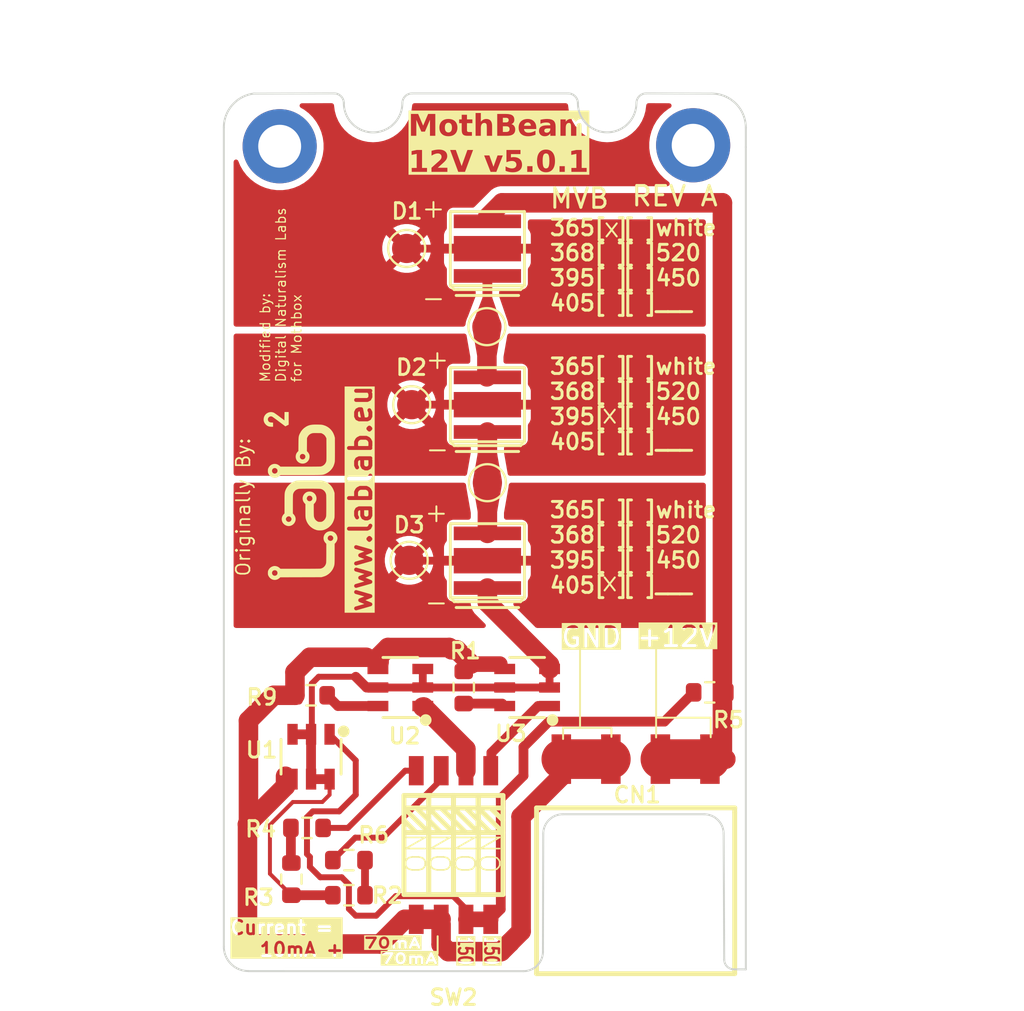
<source format=kicad_pcb>
(kicad_pcb (version 20241229) (generator "pcbnew") (generator_version "9.0")
  (layers (0 "F.Cu" signal) (2 "B.Cu" signal) (13 "F.Paste" user) (15 "B.Paste" user) (5 "F.SilkS" user "F.Silkscreen") (7 "B.SilkS" user "B.Silkscreen") (1 "F.Mask" user) (3 "B.Mask" user) (25 "Edge.Cuts" user))
  (net 0 "")
  (net 1 "/LED-")
  (net 2 "Net-(U3-REXT)")
  (net 3 "/LED+")
  (net 4 "EN")
  (net 5 "GND")
  (net 6 "Net-(R4-Pad2)")
  (net 7 "Net-(U2-REXT)")
  (net 8 "/T1")
  (net 9 "/T2")
  (net 10 "/T3")
  (net 11 "Net-(R6-Pad2)")
  (net 12 "Net-(R2-Pad2)")
  (net 13 "Net-(R3-Pad2)")
  (net 14 "Net-(U2-EN)")
  (net 15 "Net-(U3-EN)")
  (net 16 "Net-(D1--)")
  (net 17 "Net-(D2-A)")
  (footprint "MountingHole:MountingHole_2.2mm_M2_DIN965_Pad" (layer "F.Cu") (at 102.1 32.7)
    (property "Reference" "REF**" (hide yes))
    (property "Value" "MountingHole_2.2mm_M2_DIN965_Pad")
    (pad "1" thru_hole circle (at 0 0) (size 3.8 3.8) (drill 2.2) (layers "*.Cu" "*.Mask"))
  )
  (footprint "easyeda2kicad:SW-SMD_8P-L6.7-W5.4-P1.27-LS8.5" (layer "F.Cu") (at 111.011776 68.526537 180)
    (property "Reference" "SW2" (at 0 -7.81 0) (layer "F.SilkS") (effects (font (size 0.8 0.8))))
    (property "Value" "SW_DIP_x04")
    (fp_text user "ON" (at 1.91 -1.52 90) (layer "F.SilkS") (effects (font (thickness 0.08)) (justify left)))
    (fp_text user "ON" (at -0.64 -1.52 90) (layer "F.SilkS") (effects (font (thickness 0.08)) (justify left)))
    (fp_text user "ON" (at -1.91 -1.52 90) (layer "F.SilkS") (effects (font (thickness 0.08)) (justify left)))
    (fp_text user "ON" (at 0.63 -1.52 90) (layer "F.SilkS") (effects (font (thickness 0.08)) (justify left)))
    (pad "1" smd rect (at -1.91 3.81 90) (size 1.5 0.76) (layers "F.Cu" "F.Mask" "F.Paste") (net 15 "Net-(U3-EN)"))
    (pad "2" smd rect (at -0.64 3.81 90) (size 1.5 0.76) (layers "F.Cu" "F.Mask" "F.Paste") (net 14 "Net-(U2-EN)"))
    (pad "3" smd rect (at 0.63 3.81 90) (size 1.5 0.76) (layers "F.Cu" "F.Mask" "F.Paste") (net 11 "Net-(R6-Pad2)"))
    (pad "4" smd rect (at 1.91 3.81 90) (size 1.5 0.76) (layers "F.Cu" "F.Mask" "F.Paste") (net 6 "Net-(R4-Pad2)"))
    (pad "5" smd rect (at 1.91 -3.81 90) (size 1.5 0.76) (layers "F.Cu" "F.Mask" "F.Paste") (net 5 "GND"))
    (pad "6" smd rect (at 0.63 -3.81 90) (size 1.5 0.76) (layers "F.Cu" "F.Mask" "F.Paste") (net 5 "GND"))
    (pad "7" smd rect (at -0.64 -3.81 90) (size 1.5 0.76) (layers "F.Cu" "F.Mask" "F.Paste") (net 4 "EN"))
    (pad "8" smd rect (at -1.91 -3.81 90) (size 1.5 0.76) (layers "F.Cu" "F.Mask" "F.Paste") (net 4 "EN"))
  )
  (footprint "Resistor_SMD:R_0603_1608Metric" (layer "F.Cu") (at 105.65 69.3 180)
    (property "Reference" "R6" (at -1.272231 1.281084 180) (layer "F.SilkS") (effects (font (size 0.8 0.8))))
    (property "Value" "5.1 1/3 W")
    (pad "1" smd roundrect (at -0.825 0 180) (size 0.8 0.95) (layers "F.Cu" "F.Mask" "F.Paste") (net 12 "Net-(R2-Pad2)"))
    (pad "2" smd roundrect (at 0.825 0 180) (size 0.8 0.95) (layers "F.Cu" "F.Mask" "F.Paste") (net 11 "Net-(R6-Pad2)"))
  )
  (footprint "MountingHole:MountingHole_2.2mm_M2_DIN965_Pad" (layer "F.Cu") (at 123.3 32.65)
    (property "Reference" "REF**" (hide yes))
    (property "Value" "MountingHole_2.2mm_M2_DIN965_Pad")
    (pad "1" thru_hole circle (at 0 0) (size 3.8 3.8) (drill 2.2) (layers "*.Cu" "*.Mask"))
  )
  (footprint "Resistor_SMD:R_0603_1608Metric" (layer "F.Cu") (at 103.709107 60.85 180)
    (property "Reference" "R9" (at 2.520185 -0.097834 180) (layer "F.SilkS") (effects (font (size 0.8 0.8))))
    (property "Value" "5.1 1/3 W")
    (pad "1" smd roundrect (at -0.825 0 180) (size 0.8 0.95) (layers "F.Cu" "F.Mask" "F.Paste") (net 7 "Net-(U2-REXT)"))
    (pad "2" smd roundrect (at 0.825 0 180) (size 0.8 0.95) (layers "F.Cu" "F.Mask" "F.Paste") (net 5 "GND"))
  )
  (footprint "TestPoint:TestPoint_Pad_D1.5mm" (layer "F.Cu") (at 112.75 49.95)
    (property "Reference" "TP1" (hide yes))
    (property "Value" "LED2+")
    (pad "1" smd circle (at 0 0) (size 1.5 1.5) (layers "F.Cu" "F.Mask") (net 17 "Net-(D2-A)"))
  )
  (footprint "TestPoint:TestPoint_Pad_D1.5mm" (layer "F.Cu") (at 108.61 37.94)
    (property "Reference" "TP2" (hide yes))
    (property "Value" "LED2+")
    (pad "1" smd circle (at 0 0) (size 1.5 1.5) (layers "F.Cu" "F.Mask") (net 8 "/T1"))
  )
  (footprint "TestPoint:TestPoint_Pad_D1.5mm" (layer "F.Cu") (at 108.74 53.93)
    (property "Reference" "TP5" (hide yes))
    (property "Value" "LED2+")
    (pad "1" smd circle (at 0 0) (size 1.5 1.5) (layers "F.Cu" "F.Mask") (net 10 "/T3"))
  )
  (footprint "easyeda2kicad:SOT-23-6_L2.9-W1.6-P0.95-LS2.8-BL" (layer "F.Cu") (at 103.709107 64 180)
    (property "Reference" "U1" (at 2.537559 0.341874 0) (layer "F.SilkS") (effects (font (size 0.8 0.8))))
    (property "Value" "BCR421U")
    (pad "1" smd rect (at -0.95 1.15 180) (size 0.53 1.07) (layers "F.Cu" "F.Mask" "F.Paste") (net 4 "EN"))
    (pad "2" smd rect (at 0 1.15 180) (size 0.53 1.07) (layers "F.Cu" "F.Mask" "F.Paste") (net 1 "/LED-"))
    (pad "3" smd rect (at 0.95 1.15 180) (size 0.53 1.07) (layers "F.Cu" "F.Mask" "F.Paste") (net 1 "/LED-"))
    (pad "4" smd rect (at 0.95 -1.15 180) (size 0.53 1.07) (layers "F.Cu" "F.Mask" "F.Paste") (net 5 "GND"))
    (pad "5" smd rect (at 0 -1.15 180) (size 0.53 1.07) (layers "F.Cu" "F.Mask" "F.Paste") (net 1 "/LED-"))
    (pad "6" smd rect (at -0.95 -1.15 180) (size 0.53 1.07) (layers "F.Cu" "F.Mask" "F.Paste") (net 1 "/LED-"))
  )
  (footprint "TestPoint:TestPoint_Pad_D1.5mm" (layer "F.Cu") (at 112.7246 41.95)
    (property "Reference" "TP3" (hide yes))
    (property "Value" "LED2+" (hide yes))
    (pad "1" smd circle (at 0 0) (size 1.5 1.5) (layers "F.Cu" "F.Mask") (net 16 "Net-(D1--)"))
  )
  (footprint "Resistor_SMD:R_0603_1608Metric" (layer "F.Cu") (at 111.5375 60.45 90)
    (property "Reference" "R1" (at 1.875323 0.076744 180) (layer "F.SilkS") (effects (font (size 0.8 0.8))))
    (property "Value" "5.1 1/3 W")
    (pad "1" smd roundrect (at -0.825 0 90) (size 0.8 0.95) (layers "F.Cu" "F.Mask" "F.Paste") (net 2 "Net-(U3-REXT)"))
    (pad "2" smd roundrect (at 0.825 0 90) (size 0.8 0.95) (layers "F.Cu" "F.Mask" "F.Paste") (net 5 "GND"))
  )
  (footprint "Resistor_SMD:R_0603_1608Metric" (layer "F.Cu") (at 103.5 67.65)
    (property "Reference" "R4" (at -2.375421 0.061806 0) (layer "F.SilkS") (effects (font (size 0.8 0.8))))
    (property "Value" "5.1 1/3 W")
    (pad "1" smd roundrect (at -0.825 0) (size 0.8 0.95) (layers "F.Cu" "F.Mask" "F.Paste") (net 13 "Net-(R3-Pad2)"))
    (pad "2" smd roundrect (at 0.825 0) (size 0.8 0.95) (layers "F.Cu" "F.Mask" "F.Paste") (net 6 "Net-(R4-Pad2)"))
  )
  (footprint "easyeda2kicad:HDR-SMD_4P-P2.54-H-F" (layer "F.Cu") (at 120.35 64.1225)
    (property "Reference" "CN1" (at 0.079908 1.834649 0) (layer "F.SilkS") (effects (font (size 0.8 0.8))))
    (property "Value" "X6511FRS-04-C85D30")
    (pad "1" smd rect (at -3.81 0) (size 1 2.54) (layers "F.Cu" "F.Mask" "F.Paste") (net 5 "GND"))
    (pad "2" smd rect (at -1.27 0) (size 1 2.54) (layers "F.Cu" "F.Mask" "F.Paste") (net 5 "GND"))
    (pad "3" smd rect (at 1.27 0) (size 1 2.54) (layers "F.Cu" "F.Mask" "F.Paste") (net 3 "/LED+"))
    (pad "4" smd rect (at 3.81 0) (size 1 2.54) (layers "F.Cu" "F.Mask" "F.Paste") (net 3 "/LED+"))
  )
  (footprint "Resistor_SMD:R_0603_1608Metric" (layer "F.Cu") (at 124.15 60.7 180)
    (property "Reference" "R5" (at -0.957592 -1.409566 180) (layer "F.SilkS") (effects (font (size 0.8 0.8))))
    (property "Value" "5.1 1/3 W")
    (pad "1" smd roundrect (at -0.825 0 180) (size 0.8 0.95) (layers "F.Cu" "F.Mask" "F.Paste") (net 3 "/LED+"))
    (pad "2" smd roundrect (at 0.825 0 180) (size 0.8 0.95) (layers "F.Cu" "F.Mask" "F.Paste") (net 4 "EN"))
  )
  (footprint "easyeda2kicad:LED-SMD_3P-L3.5-W3.5-R-RD-C" (layer "F.Cu") (at 112.75 37.95 90)
    (property "Reference" "D1" (at 1.919026 -4.121881 180) (layer "F.SilkS") (effects (font (size 0.8 0.8))))
    (property "Value" "LED1")
    (pad "1" smd rect (at 1.4 0 90) (size 0.7 3.45) (layers "F.Cu" "F.Mask" "F.Paste") (net 3 "/LED+"))
    (pad "2" smd rect (at -1.4 0 90) (size 0.7 3.45) (layers "F.Cu" "F.Mask" "F.Paste") (net 16 "Net-(D1--)"))
    (pad "3" smd rect (at 0 0 90) (size 1.3 3.45) (layers "F.Cu" "F.Mask" "F.Paste") (net 8 "/T1"))
  )
  (footprint "easyeda2kicad:SOT-23-6_L2.9-W1.6-P0.95-LS2.8-BL" (layer "F.Cu") (at 108.2875 60.45 90)
    (property "Reference" "U2" (at -2.487745 0.215318 180) (layer "F.SilkS") (effects (font (size 0.8 0.8))))
    (property "Value" "BCR421U")
    (pad "1" smd rect (at -0.95 1.15 90) (size 0.53 1.07) (layers "F.Cu" "F.Mask" "F.Paste") (net 14 "Net-(U2-EN)"))
    (pad "2" smd rect (at 0 1.15 90) (size 0.53 1.07) (layers "F.Cu" "F.Mask" "F.Paste") (net 1 "/LED-"))
    (pad "3" smd rect (at 0.95 1.15 90) (size 0.53 1.07) (layers "F.Cu" "F.Mask" "F.Paste") (net 1 "/LED-"))
    (pad "4" smd rect (at 0.95 -1.15 90) (size 0.53 1.07) (layers "F.Cu" "F.Mask" "F.Paste") (net 5 "GND"))
    (pad "5" smd rect (at 0 -1.15 90) (size 0.53 1.07) (layers "F.Cu" "F.Mask" "F.Paste") (net 1 "/LED-"))
    (pad "6" smd rect (at -0.95 -1.15 90) (size 0.53 1.07) (layers "F.Cu" "F.Mask" "F.Paste") (net 7 "Net-(U2-REXT)"))
  )
  (footprint "LabLab:logo_10mm_5mm" (layer "F.Cu") (at 103.14542 50.763703 90)
    (property "Reference" "H1" (hide yes))
    (property "Value" "LabLab Logo" (hide yes))
  )
  (footprint "Resistor_SMD:R_0603_1608Metric" (layer "F.Cu") (at 102.7 70.275 90)
    (property "Reference" "R3" (at -0.940671 -1.684815 180) (layer "F.SilkS") (effects (font (size 0.8 0.8))))
    (property "Value" "5.1 1/3 W")
    (pad "1" smd roundrect (at -0.825 0 90) (size 0.8 0.95) (layers "F.Cu" "F.Mask" "F.Paste") (net 1 "/LED-"))
    (pad "2" smd roundrect (at 0.825 0 90) (size 0.8 0.95) (layers "F.Cu" "F.Mask" "F.Paste") (net 13 "Net-(R3-Pad2)"))
  )
  (footprint "easyeda2kicad:LED-SMD_3P-L3.5-W3.5-R-RD-C" (layer "F.Cu") (at 112.75 45.95 90)
    (property "Reference" "D2" (at 1.913241 -3.896718 180) (layer "F.SilkS") (effects (font (size 0.8 0.8))))
    (property "Value" "LED2")
    (pad "1" smd rect (at 1.4 0 90) (size 0.7 3.45) (layers "F.Cu" "F.Mask" "F.Paste") (net 16 "Net-(D1--)"))
    (pad "2" smd rect (at -1.4 0 90) (size 0.7 3.45) (layers "F.Cu" "F.Mask" "F.Paste") (net 17 "Net-(D2-A)"))
    (pad "3" smd rect (at 0 0 90) (size 1.3 3.45) (layers "F.Cu" "F.Mask" "F.Paste") (net 9 "/T2"))
  )
  (footprint "TestPoint:TestPoint_Pad_D1.5mm" (layer "F.Cu") (at 108.87 45.95)
    (property "Reference" "TP4" (hide yes))
    (property "Value" "LED2+")
    (pad "1" smd circle (at 0 0) (size 1.5 1.5) (layers "F.Cu" "F.Mask") (net 9 "/T2"))
  )
  (footprint "easyeda2kicad:LED-SMD_3P-L3.5-W3.5-R-RD-C" (layer "F.Cu") (at 112.75 53.95 90)
    (property "Reference" "D3" (at 1.833734 -4.01 180) (layer "F.SilkS") (effects (font (size 0.8 0.8))))
    (property "Value" "LED3")
    (pad "1" smd rect (at 1.4 0 90) (size 0.7 3.45) (layers "F.Cu" "F.Mask" "F.Paste") (net 17 "Net-(D2-A)"))
    (pad "2" smd rect (at -1.4 0 90) (size 0.7 3.45) (layers "F.Cu" "F.Mask" "F.Paste") (net 1 "/LED-"))
    (pad "3" smd rect (at 0 0 90) (size 1.3 3.45) (layers "F.Cu" "F.Mask" "F.Paste") (net 10 "/T3"))
  )
  (footprint "Resistor_SMD:R_0603_1608Metric" (layer "F.Cu") (at 105.65 71.1)
    (property "Reference" "R2" (at 1.967178 0.011429 180) (layer "F.SilkS") (effects (font (size 0.8 0.8))))
    (property "Value" "5.1 1/3 W")
    (pad "1" smd roundrect (at -0.825 0) (size 0.8 0.95) (layers "F.Cu" "F.Mask" "F.Paste") (net 1 "/LED-"))
    (pad "2" smd roundrect (at 0.825 0) (size 0.8 0.95) (layers "F.Cu" "F.Mask" "F.Paste") (net 12 "Net-(R2-Pad2)"))
  )
  (footprint "easyeda2kicad:SOT-23-6_L2.9-W1.6-P0.95-LS2.8-BL" (layer "F.Cu") (at 114.7875 60.45 90)
    (property "Reference" "U3" (at -2.362654 -0.830741 180) (layer "F.SilkS") (effects (font (size 0.8 0.8))))
    (property "Value" "BCR421U")
    (pad "1" smd rect (at -0.95 1.15 90) (size 0.53 1.07) (layers "F.Cu" "F.Mask" "F.Paste") (net 15 "Net-(U3-EN)"))
    (pad "2" smd rect (at 0 1.15 90) (size 0.53 1.07) (layers "F.Cu" "F.Mask" "F.Paste") (net 1 "/LED-"))
    (pad "3" smd rect (at 0.95 1.15 90) (size 0.53 1.07) (layers "F.Cu" "F.Mask" "F.Paste") (net 1 "/LED-"))
    (pad "4" smd rect (at 0.95 -1.15 90) (size 0.53 1.07) (layers "F.Cu" "F.Mask" "F.Paste") (net 5 "GND"))
    (pad "5" smd rect (at 0 -1.15 90) (size 0.53 1.07) (layers "F.Cu" "F.Mask" "F.Paste") (net 1 "/LED-"))
    (pad "6" smd rect (at -0.95 -1.15 90) (size 0.53 1.07) (layers "F.Cu" "F.Mask" "F.Paste") (net 2 "Net-(U3-REXT)"))
  )
  (gr_line (start 112.85 55.35) (end 112.8 55.4) (stroke (width 0.2)) (layer "F.Cu") (net 1))
  (gr_line (start 121.4 62) (end 124.2 62) (stroke (width 0.1)) (layer "F.SilkS"))
  (gr_line (start 117.5 62.52) (end 116.63 62.52) (stroke (width 0.1)) (layer "F.SilkS"))
  (gr_line (start 116.63 62.52) (end 116.63 63.09) (stroke (width 0.1)) (layer "F.SilkS"))
  (gr_line (start 117.5 58.51) (end 117.5 61.61) (stroke (width 0.1)) (layer "F.SilkS"))
  (gr_line (start 110.199768 74.089612) (end 110.199768 73.204843) (stroke (width 0.1)) (layer "F.SilkS"))
  (gr_line (start 119.11 62.52) (end 119.11 62.98) (stroke (width 0.1)) (layer "F.SilkS"))
  (gr_line (start 124.2 62) (end 124.2 63) (stroke (width 0.1)) (layer "F.SilkS"))
  (gr_line (start 117.5 61.61) (end 117.5 62.52) (stroke (width 0.1)) (layer "F.SilkS"))
  (gr_line (start 121.4 58.41) (end 121.4 63.01) (stroke (width 0.1)) (layer "F.SilkS"))
  (gr_line (start 117.5 62.52) (end 119.11 62.52) (stroke (width 0.1)) (layer "F.SilkS"))
  (gr_arc (start 115.614656 67.947532) (mid 115.909519 67.241205) (end 116.617468 66.950256) (stroke (width 0.1)) (layer "Edge.Cuts"))
  (gr_arc (start 116.89 29.99) (mid 117.24148 30.134386) (end 117.389966 30.484154) (stroke (width 0.1)) (layer "Edge.Cuts"))
  (gr_line (start 99.237437 31.7374) (end 99.237437 73.7373) (stroke (width 0.1)) (layer "Edge.Cuts"))
  (gr_line (start 104.89 29.99) (end 100.778088 30) (stroke (width 0.1)) (layer "Edge.Cuts"))
  (gr_arc (start 104.89 29.99) (mid 105.243553 30.136447) (end 105.39 30.49) (stroke (width 0.1)) (layer "Edge.Cuts"))
  (gr_line (start 114.588505 74.995152) (end 100.4875 74.993719) (stroke (width 0.1)) (layer "Edge.Cuts"))
  (gr_line (start 126 32.75) (end 126 31.75) (stroke (width 0.1)) (layer "Edge.Cuts"))
  (gr_arc (start 125.392317 74.90042) (mid 125.038703 74.75388) (end 124.89228 74.400217) (stroke (width 0.1)) (layer "Edge.Cuts"))
  (gr_arc (start 120.39 30.49) (mid 120.536447 30.136447) (end 120.89 29.99) (stroke (width 0.1)) (layer "Edge.Cuts"))
  (gr_arc (start 108.39 30.49) (mid 106.89 31.99) (end 105.39 30.49) (stroke (width 0.1)) (layer "Edge.Cuts"))
  (gr_arc (start 123.868189 66.950292) (mid 124.573852 67.246886) (end 124.863108 67.955589) (stroke (width 0.1)) (layer "Edge.Cuts"))
  (gr_arc (start 120.390046 30.49) (mid 118.887077 31.990043) (end 117.389965 30.484154) (stroke (width 0.1)) (layer "Edge.Cuts"))
  (gr_arc (start 115.598196 73.997873) (mid 115.303414 74.704194) (end 114.595527 74.995196) (stroke (width 0.1)) (layer "Edge.Cuts"))
  (gr_line (start 100.4875 74.987437) (end 100.4875 75) (stroke (width 0.05)) (layer "Edge.Cuts"))
  (gr_line (start 125.997069 74.901407) (end 125.396121 74.90042) (stroke (width 0.1)) (layer "Edge.Cuts"))
  (gr_arc (start 108.39 30.49) (mid 108.536447 30.136447) (end 108.89 29.99) (stroke (width 0.1)) (layer "Edge.Cuts"))
  (gr_line (start 116.623531 66.950292) (end 123.868189 66.950334) (stroke (width 0.1)) (layer "Edge.Cuts"))
  (gr_line (start 120.889919 29.99) (end 124.25 30) (stroke (width 0.1)) (layer "Edge.Cuts"))
  (gr_line (start 108.89 29.99) (end 116.89 29.99) (stroke (width 0.1)) (layer "Edge.Cuts"))
  (gr_arc (start 124.25 30) (mid 125.487437 30.512563) (end 126 31.75) (stroke (width 0.1)) (layer "Edge.Cuts"))
  (gr_line (start 124.863108 67.955589) (end 124.892348 74.408566) (stroke (width 0.1)) (layer "Edge.Cuts"))
  (gr_line (start 126 74.901412) (end 126 32.75) (stroke (width 0.1)) (layer "Edge.Cuts"))
  (gr_line (start 115.598196 73.997921) (end 115.614656 67.9503) (stroke (width 0.1)) (layer "Edge.Cuts"))
  (gr_arc (start 100.4875 74.987437) (mid 99.60352 74.62128) (end 99.237363 73.7373) (stroke (width 0.1)) (layer "Edge.Cuts"))
  (gr_arc (start 99.237437 31.7374) (mid 99.75 30.5) (end 100.778088 30) (stroke (width 0.1)) (layer "Edge.Cuts"))
  (gr_text "Originally By:" (at 100.64 54.808258 90) (layer "F.SilkS") (effects (font (size 0.7 0.7) (thickness 0.0875)) (justify left bottom)))
  (gr_text "+12V" (at 120.35 58.43 0) (layer "F.SilkS" knockout) (effects (font (size 1 1)) (justify left bottom)))
  (gr_text "[ ]white\n[ ]520\n[ ]450\n[ ]___" (at 119.62 41.21 0) (layer "F.SilkS") (effects (font (size 0.8 0.8)) (justify left bottom)))
  (gr_text "GND" (at 116.46 58.46 0) (layer "F.SilkS" knockout) (effects (font (size 1 1)) (justify left bottom)))
  (gr_text "-" (at 109.45 56.65 0) (layer "F.SilkS") (effects (font (size 1 1) (thickness 0.1)) (justify left bottom)))
  (gr_text "150" (at 112.55 74.75 270) (layer "F.SilkS" knockout) (effects (font (size 0.7 0.5) (thickness 0.125) (bold yes)) (justify right bottom)))
  (gr_text "-" (at 109.3 41.05 0) (layer "F.SilkS") (effects (font (size 1 1) (thickness 0.1)) (justify left bottom)))
  (gr_text "[ ]white\n[ ]520\n[ ]450\n[ ]___" (at 119.62 55.68 0) (layer "F.SilkS") (effects (font (size 0.8 0.8)) (justify left bottom)))
  (gr_text "365[ ]\n368[ ]\n395[ ]\n405[ ]\n" (at 115.87 41.21 0) (layer "F.SilkS") (effects (font (size 0.8 0.8)) (justify left bottom)))
  (gr_text "x" (at 118.55 47 0) (layer "F.SilkS") (effects (font (size 1 1) (thickness 0.1)) (justify left bottom)))
  (gr_text "[ ]white\n[ ]520\n[ ]450\n[ ]___" (at 119.62 48.32 0) (layer "F.SilkS") (effects (font (size 0.8 0.8)) (justify left bottom)))
  (gr_text "70mA" (at 110.25 74.65 0) (layer "F.SilkS" knockout) (effects (font (size 0.5 0.7) (thickness 0.125) (bold yes)) (justify right bottom)))
  (gr_text "-" (at 109.5 48.8 0) (layer "F.SilkS") (effects (font (size 1 1) (thickness 0.1)) (justify left bottom)))
  (gr_text "70mA" (at 109.4 73.85 0) (layer "F.SilkS" knockout) (effects (font (size 0.5 0.7) (thickness 0.125) (bold yes)) (justify right bottom)))
  (gr_text "150" (at 111.2 74.75 270) (layer "F.SilkS" knockout) (effects (font (size 0.7 0.5) (thickness 0.125) (bold yes)) (justify right bottom)))
  (gr_text "+" (at 109.45 52.05 0) (layer "F.SilkS") (effects (font (size 1 1) (thickness 0.1)) (justify left bottom)))
  (gr_text "365[ ]\n368[ ]\n395[ ]\n405[ ]\n" (at 115.87 48.32 0) (layer "F.SilkS") (effects (font (size 0.8 0.8)) (justify left bottom)))
  (gr_text "Modified by: \nDigital Naturalism Labs\nfor Mothbox" (at 103.26 44.84 90) (layer "F.SilkS") (effects (font (size 0.5 0.5) (thickness 0.0625)) (justify left bottom)))
  (gr_text "+" (at 109.3 36.45 0) (layer "F.SilkS") (effects (font (size 1 1) (thickness 0.1)) (justify left bottom)))
  (gr_text "+" (at 109.5 44.2 0) (layer "F.SilkS") (effects (font (size 1 1) (thickness 0.1)) (justify left bottom)))
  (gr_text "REV A" (at 120.07 35.84 0) (layer "F.SilkS") (effects (font (size 1 1)) (justify left bottom)))
  (gr_text "x" (at 118.55 55.6 0) (layer "F.SilkS") (effects (font (size 1 1) (thickness 0.1)) (justify left bottom)))
  (gr_text "365[ ]\n368[ ]\n395[ ]\n405[ ]\n" (at 115.87 55.68 0) (layer "F.SilkS") (effects (font (size 0.8 0.8)) (justify left bottom)))
  (gr_text "www.lablab.eu" (at 106.89542 50.763703 90) (layer "F.SilkS" knockout) (effects (font (size 1.1 1.1) (thickness 0.2) (bold yes)) (justify bottom)))
  (gr_text "MothBeam\n12V v5.0.1" (at 108.69 34.2 0) (layer "F.SilkS" knockout) (effects (font (size 1.1 1.1) (thickness 0.25) (bold yes)) (justify left bottom)))
  (gr_text "MVB" (at 115.87 35.96 0) (layer "F.SilkS") (effects (font (size 1 1)) (justify left bottom)))
  (gr_text "Current = \n10mA +" (at 105.45 74.3 0) (layer "F.SilkS" knockout) (effects (font (size 0.7 0.7) (thickness 0.14) (bold yes)) (justify right bottom)))
  (gr_text "x" (at 118.65 37.45 0) (layer "F.SilkS") (effects (font (size 1 1) (thickness 0.1)) (justify left bottom)))
  (segment (start 102.774879 66.321067) (end 104.288039 66.321067) (width 0.2032) (layer "F.Cu") (net 1))
  (segment (start 104.825 71.1) (end 102.7 71.1) (width 0.5) (layer "F.Cu") (net 1))
  (segment (start 103.75 60.25) (end 104.1 59.9) (width 0.3048) (layer "F.Cu") (net 1))
  (segment (start 102.7 71.1) (end 101.6 70) (width 0.2032) (layer "F.Cu") (net 1))
  (segment (start 109.4375 60.45) (end 109.4375 59.5) (width 0.4) (layer "F.Cu") (net 1))
  (segment (start 103.75 62.809107) (end 103.75 60.25) (width 0.3048) (layer "F.Cu") (net 1))
  (segment (start 109.4375 60.45) (end 113.6375 60.45) (width 0.4) (layer "F.Cu") (net 1))
  (segment (start 101.6 67.495946) (end 102.774879 66.321067) (width 0.2032) (layer "F.Cu") (net 1))
  (segment (start 115.9375 59.5) (end 115.9375 59.2875) (width 1) (layer "F.Cu") (net 1))
  (segment (start 112.75 56.1) (end 112.75 55.35) (width 1) (layer "F.Cu") (net 1))
  (segment (start 103.709107 65.15) (end 103.709107 62.85) (width 0.5) (layer "F.Cu") (net 1))
  (segment (start 106 59.9) (end 106.55 60.45) (width 0.5) (layer "F.Cu") (net 1))
  (segment (start 103.709107 65.15) (end 104.659107 65.15) (width 0.5) (layer "F.Cu") (net 1))
  (segment (start 104.288039 66.321067) (end 104.659107 65.949999) (width 0.2032) (layer "F.Cu") (net 1))
  (segment (start 104.1 59.9) (end 106 59.9) (width 0.3048) (layer "F.Cu") (net 1))
  (segment (start 115.9375 59.2875) (end 112.75 56.1) (width 1) (layer "F.Cu") (net 1))
  (segment (start 102.759107 62.85) (end 103.709107 62.85) (width 0.5) (layer "F.Cu") (net 1))
  (segment (start 104.659107 65.949999) (end 104.659107 65.15) (width 0.2032) (layer "F.Cu") (net 1))
  (segment (start 113.6375 60.45) (end 115.9375 60.45) (width 0.4) (layer "F.Cu") (net 1))
  (segment (start 115.9375 60.45) (end 115.9375 59.5) (width 0.4) (layer "F.Cu") (net 1))
  (segment (start 101.6 70) (end 101.6 67.495946) (width 0.2032) (layer "F.Cu") (net 1))
  (segment (start 106.55 60.45) (end 107.1375 60.45) (width 0.5) (layer "F.Cu") (net 1))
  (segment (start 107.1375 60.45) (end 109.4375 60.45) (width 0.4) (layer "F.Cu") (net 1))
  (segment (start 111.5375 61.275) (end 113.5125 61.275) (width 0.5) (layer "F.Cu") (net 2))
  (segment (start 124.9725 64.1225) (end 124.16 64.1225) (width 1) (layer "F.Cu") (net 3))
  (segment (start 124.16 64.1225) (end 121.62 64.1225) (width 2.032) (layer "F.Cu") (net 3))
  (segment (start 113.5 35.6) (end 124.8 35.6) (width 1) (layer "F.Cu") (net 3))
  (segment (start 124.8 63.95) (end 124.9725 64.1225) (width 1) (layer "F.Cu") (net 3))
  (segment (start 124.8 35.6) (end 124.8 63.95) (width 1) (layer "F.Cu") (net 3))
  (segment (start 112.75 36.35) (end 113.5 35.6) (width 1) (layer "F.Cu") (net 3))
  (segment (start 111.646776 71.796776) (end 111 71.15) (width 0.3048) (layer "F.Cu") (net 4))
  (segment (start 106 72.15) (end 105.65 71.8) (width 0.3048) (layer "F.Cu") (net 4))
  (segment (start 103.65 69.136832) (end 103.5 68.986832) (width 0.3048) (layer "F.Cu") (net 4))
  (segment (start 107.05 72.15) (end 106 72.15) (width 0.3048) (layer "F.Cu") (net 4))
  (segment (start 103.65 69.65) (end 103.65 69.136832) (width 0.3048) (layer "F.Cu") (net 4))
  (segment (start 106 65.95) (end 106 64.190893) (width 0.3048) (layer "F.Cu") (net 4))
  (segment (start 113.435109 66.140746) (end 114.6 64.975855) (width 0.5) (layer "F.Cu") (net 4))
  (segment (start 112.916776 72.336537) (end 111.646776 72.336537) (width 0.8) (layer "F.Cu") (net 4))
  (segment (start 113.435109 71.818204) (end 113.435109 66.140746) (width 0.5) (layer "F.Cu") (net 4))
  (segment (start 114.6 63.5) (end 115.9 62.2) (width 0.5) (layer "F.Cu") (net 4))
  (segment (start 105.15 66.8) (end 106 65.95) (width 0.3048) (layer "F.Cu") (net 4))
  (segment (start 112.916776 72.336537) (end 113.435109 71.818204) (width 0.5) (layer "F.Cu") (net 4))
  (segment (start 103.5 67.1) (end 103.8 66.8) (width 0.3048) (layer "F.Cu") (net 4))
  (segment (start 103.5 68.986832) (end 103.5 67.1) (width 0.3048) (layer "F.Cu") (net 4))
  (segment (start 121.825 62.2) (end 123.325 60.7) (width 0.5) (layer "F.Cu") (net 4))
  (segment (start 105.65 70.55) (end 105.280199 70.180199) (width 0.3048) (layer "F.Cu") (net 4))
  (segment (start 108.05 71.15) (end 107.05 72.15) (width 0.3048) (layer "F.Cu") (net 4))
  (segment (start 103.8 66.8) (end 105.15 66.8) (width 0.3048) (layer "F.Cu") (net 4))
  (segment (start 104.180199 70.180199) (end 103.65 69.65) (width 0.3048) (layer "F.Cu") (net 4))
  (segment (start 106 64.190893) (end 104.659107 62.85) (width 0.3048) (layer "F.Cu") (net 4))
  (segment (start 105.280199 70.180199) (end 104.180199 70.180199) (width 0.3048) (layer "F.Cu") (net 4))
  (segment (start 105.65 71.8) (end 105.65 70.55) (width 0.3048) (layer "F.Cu") (net 4))
  (segment (start 111.646776 72.336537) (end 111.646776 71.796776) (width 0.3048) (layer "F.Cu") (net 4))
  (segment (start 115.9 62.2) (end 121.825 62.2) (width 0.5) (layer "F.Cu") (net 4))
  (segment (start 114.6 64.975855) (end 114.6 63.5) (width 0.5) (layer "F.Cu") (net 4))
  (segment (start 111 71.15) (end 108.05 71.15) (width 0.3048) (layer "F.Cu") (net 4))
  (segment (start 114.480126 67.079178) (end 114.480126 72.953424) (width 1) (layer "F.Cu") (net 5))
  (segment (start 116.54 65.01) (end 114.475474 67.074526) (width 1) (layer "F.Cu") (net 5))
  (segment (start 107.25 73.6) (end 100.75 73.6) (width 1) (layer "F.Cu") (net 5))
  (segment (start 100.45 67.459107) (end 102.4 65.509107) (width 1) (layer "F.Cu") (net 5))
  (segment (start 110.376776 73.626776) (end 110.380999 73.626776) (width 1) (layer "F.Cu") (net 5))
  (segment (start 103.65 58.9) (end 106.5375 58.9) (width 1) (layer "F.Cu") (net 5))
  (segment (start 110.918187 58.518187) (end 110.8 58.4) (width 1) (layer "F.Cu") (net 5))
  (segment (start 114.480126 72.953424) (end 113.908381 73.525168) (width 1) (layer "F.Cu") (net 5))
  (segment (start 100.75 73.6) (end 100.55 73.4) (width 1) (layer "F.Cu") (net 5))
  (segment (start 119.08 64.1225) (end 116.54 64.1225) (width 2.032) (layer "F.Cu") (net 5))
  (segment (start 114.475474 67.074526) (end 114.480126 67.079178) (width 1) (layer "F.Cu") (net 5))
  (segment (start 102.884107 59.665893) (end 103.65 58.9) (width 1) (layer "F.Cu") (net 5))
  (segment (start 100.55 73.3) (end 100.45 73.2) (width 1) (layer "F.Cu") (net 5))
  (segment (start 109.106776 72.336537) (end 108.513463 72.336537) (width 1) (layer "F.Cu") (net 5))
  (segment (start 108.513463 72.336537) (end 107.25 73.6) (width 1) (layer "F.Cu") (net 5))
  (segment (start 100.5 62.15) (end 100.5 67.409107) (width 1) (layer "F.Cu") (net 5))
  (segment (start 100.5 67.409107) (end 100.45 67.459107) (width 1) (layer "F.Cu") (net 5))
  (segment (start 100.55 73.4) (end 100.55 73.3) (width 1) (layer "F.Cu") (net 5))
  (segment (start 113.450237 73.993529) (end 110.746273 73.99205) (width 1) (layer "F.Cu") (net 5))
  (segment (start 110.376776 73.626776) (end 110.376776 72.591537) (width 1) (layer "F.Cu") (net 5))
  (segment (start 102.884107 60.85) (end 102.884107 59.665893) (width 1) (layer "F.Cu") (net 5))
  (segment (start 101.8 60.85) (end 100.5 62.15) (width 1) (layer "F.Cu") (net 5))
  (segment (start 113.908381 73.525168) (end 113.908381 73.535385) (width 1) (layer "F.Cu") (net 5))
  (segment (start 100.45 73.2) (end 100.45 67.459107) (width 1) (layer "F.Cu") (net 5))
  (segment (start 107.65 58.4) (end 107.2 58.85) (width 1) (layer "F.Cu") (net 5))
  (segment (start 110.380999 73.626776) (end 110.746273 73.99205) (width 1) (layer "F.Cu") (net 5))
  (segment (start 107.2 58.85) (end 107.2 59.15) (width 1) (layer "F.Cu") (net 5))
  (segment (start 109.106776 72.336537) (end 110.376776 72.336537) (width 1) (layer "F.Cu") (net 5))
  (segment (start 102.884107 60.85) (end 101.8 60.85) (width 1) (layer "F.Cu") (net 5))
  (segment (start 116.54 64.1225) (end 116.54 65.01) (width 1) (layer "F.Cu") (net 5))
  (segment (start 102.4 65.509107) (end 102.4 65) (width 1) (layer "F.Cu") (net 5))
  (segment (start 111.180687 58.518187) (end 110.918187 58.518187) (width 1) (layer "F.Cu") (net 5))
  (segment (start 113.908381 73.535385) (end 113.450237 73.993529) (width 1) (layer "F.Cu") (net 5))
  (segment (start 111.9125 59.25) (end 113.3875 59.25) (width 0.8) (layer "F.Cu") (net 5))
  (segment (start 111.9125 59.25) (end 111.180687 58.518187) (width 1) (layer "F.Cu") (net 5))
  (segment (start 110.8 58.4) (end 107.65 58.4) (width 1) (layer "F.Cu") (net 5))
  (segment (start 104.325 67.65) (end 105.6 67.65) (width 0.3048) (layer "F.Cu") (net 6))
  (segment (start 105.6 67.65) (end 108.533463 64.716537) (width 0.3048) (layer "F.Cu") (net 6))
  (segment (start 108.533463 64.716537) (end 109.106776 64.716537) (width 0.3048) (layer "F.Cu") (net 6))
  (segment (start 105.084107 61.4) (end 104.534107 60.85) (width 0.5) (layer "F.Cu") (net 7))
  (segment (start 107.1375 61.4) (end 105.084107 61.4) (width 0.5) (layer "F.Cu") (net 7))
  (segment (start 116.25 37.95) (end 112.75 37.95) (width 0.4) (layer "F.Cu") (net 8))
  (segment (start 112.75 37.95) (end 108.5 37.95) (width 0.4) (layer "F.Cu") (net 8))
  (segment (start 116.25 45.95) (end 112.75 45.95) (width 0.4) (layer "F.Cu") (net 9))
  (segment (start 112.75 45.95) (end 109.5 45.95) (width 0.4) (layer "F.Cu") (net 9))
  (segment (start 116.25 53.95) (end 112.75 53.95) (width 0.4) (layer "F.Cu") (net 10))
  (segment (start 112.75 53.95) (end 109.25 53.95) (width 0.4) (layer "F.Cu") (net 10))
  (segment (start 110.376776 65.173224) (end 107.4 68.15) (width 0.3048) (layer "F.Cu") (net 11))
  (segment (start 105.975 68.15) (end 104.825 69.3) (width 0.3048) (layer "F.Cu") (net 11))
  (segment (start 110.376776 64.971537) (end 110.376776 65.173224) (width 0.3048) (layer "F.Cu") (net 11))
  (segment (start 107.4 68.15) (end 105.975 68.15) (width 0.3048) (layer "F.Cu") (net 11))
  (segment (start 106.475 71.1) (end 106.475 69.5) (width 0.4) (layer "F.Cu") (net 12))
  (segment (start 102.675 67.65) (end 102.675 69.425) (width 0.5) (layer "F.Cu") (net 13))
  (segment (start 102.675 69.425) (end 102.7 69.45) (width 0.5) (layer "F.Cu") (net 13))
  (segment (start 111.646776 64.716537) (end 111.646776 63.609276) (width 1) (layer "F.Cu") (net 14))
  (segment (start 111.646776 63.609276) (end 109.4885 61.451) (width 1) (layer "F.Cu") (net 14))
  (segment (start 109.4885 61.451) (end 109.4375 61.451) (width 1) (layer "F.Cu") (net 14))
  (segment (start 112.954276 63.795724) (end 112.954276 64.679037) (width 0.5) (layer "F.Cu") (net 15))
  (segment (start 112.954276 63.795724) (end 115.35 61.4) (width 0.5) (layer "F.Cu") (net 15))
  (segment (start 112.954276 64.679037) (end 112.916776 64.716537) (width 0.5) (layer "F.Cu") (net 15))
  (segment (start 115.35 61.4) (end 115.65 61.4) (width 0.5) (layer "F.Cu") (net 15))
  (segment (start 112.75 39.335) (end 112.75 41.9246) (width 0.5) (layer "F.Cu") (net 16))
  (segment (start 112.7246 41.95) (end 112.7246 44.5246) (width 1) (layer "F.Cu") (net 16))
  (segment (start 112.6088 49.4038) (end 112.7246 49.288) (width 0.25) (layer "F.Cu") (net 17))
  (segment (start 112.75 47.35) (end 112.75 49.95) (width 1) (layer "F.Cu") (net 17))
  (segment (start 112.75 49.95) (end 112.75 52.55) (width 1) (layer "F.Cu") (net 17))
  (zone (net 9) (net_name "/T2") (layer "F.Cu") (connect_pads (clearance 0.35)) (min_thickness 0.25) (fill yes (thermal_gap 0.5) (thermal_bridge_width 0.5) (smoothing chamfer))
    (polygon (pts (xy 124.35 41.95) (xy 124.35 49.95) (xy 99.6 49.95) (xy 99.6 41.95)))
  )
  (zone (net 8) (net_name "/T1") (layer "F.Cu") (connect_pads (clearance 0.35)) (min_thickness 0.25) (fill yes (thermal_gap 0.5) (thermal_bridge_width 0.5) (smoothing chamfer))
    (polygon (pts (xy 126.85 28.9) (xy 126.85 41.95) (xy 98 41.95) (xy 98 28.9)))
  )
  (zone (net 10) (net_name "/T3") (layer "F.Cu") (connect_pads (clearance 0.35)) (min_thickness 0.25) (fill yes (thermal_gap 0.5) (thermal_bridge_width 0.5) (smoothing chamfer))
    (polygon (pts (xy 124.4 49.95) (xy 124.4 57.4) (xy 99.6 57.4) (xy 99.6 49.95)))
  )
)
</source>
